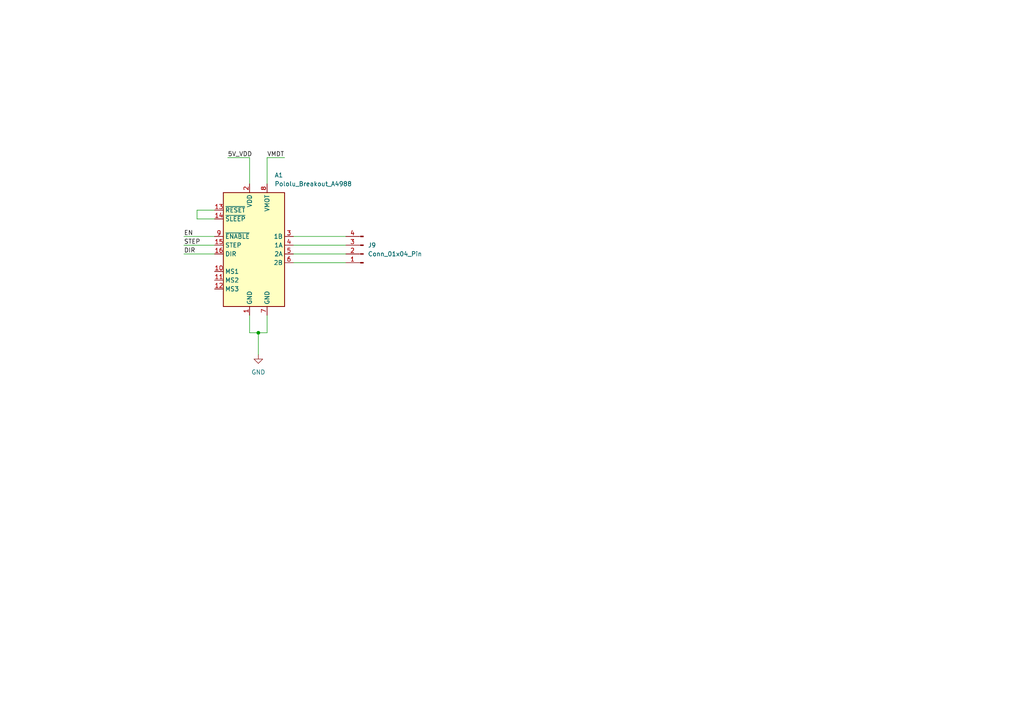
<source format=kicad_sch>
(kicad_sch (version 20250114) (generator "eeschema") (generator_version "9.0")
  (paper "A4")
  (lib_symbols
    (symbol "Connector:Conn_01x04_Pin" (pin_names (offset 1.016) (hide yes))
      (property "Reference" "J" (at 0 5.08 0))
      (property "Value" "Conn_01x04_Pin" (at 0 -7.62 0))
      (symbol "Conn_01x04_Pin_1_1"
        (rectangle (start 0.8636 2.667) (end 0 2.413) (stroke (width 0.1524)) (fill (type outline)))
        (rectangle (start 0.8636 0.127) (end 0 -0.127) (stroke (width 0.1524)) (fill (type outline)))
        (rectangle (start 0.8636 -2.413) (end 0 -2.667) (stroke (width 0.1524)) (fill (type outline)))
        (rectangle (start 0.8636 -4.953) (end 0 -5.207) (stroke (width 0.1524)) (fill (type outline)))
        (polyline (pts (xy 1.27 2.54) (xy 0.8636 2.54)) (stroke (width 0.1524)))
        (polyline (pts (xy 1.27 0) (xy 0.8636 0)) (stroke (width 0.1524)))
        (polyline (pts (xy 1.27 -2.54) (xy 0.8636 -2.54)) (stroke (width 0.1524)))
        (polyline (pts (xy 1.27 -5.08) (xy 0.8636 -5.08)) (stroke (width 0.1524)))
        (pin passive line (at 5.08 2.54 180) (length 3.81) (name "Pin_1") (number "1"))
        (pin passive line (at 5.08 0 180) (length 3.81) (name "Pin_2") (number "2"))
        (pin passive line (at 5.08 -2.54 180) (length 3.81) (name "Pin_3") (number "3"))
        (pin passive line (at 5.08 -5.08 180) (length 3.81) (name "Pin_4") (number "4"))
      )
    )
    (symbol "Driver_Motor:Pololu_Breakout_A4988"
      (property "Reference" "A" (at -2.54 19.05 0))
      (property "Value" "Pololu_Breakout_A4988" (at -2.54 16.51 0))
      (symbol "Pololu_Breakout_A4988_0_1"
        (rectangle (start 10.16 -17.78) (end -7.62 15.24) (stroke (width 0.254)) (fill (type background)))
      )
      (symbol "Pololu_Breakout_A4988_1_1"
        (pin input line (at -10.16 10.16 0) (length 2.54) (name "~{RESET}") (number "13"))
        (pin input line (at -10.16 7.62 0) (length 2.54) (name "~{SLEEP}") (number "14"))
        (pin input line (at -10.16 2.54 0) (length 2.54) (name "~{ENABLE}") (number "9"))
        (pin input line (at -10.16 0 0) (length 2.54) (name "STEP") (number "15"))
        (pin input line (at -10.16 -2.54 0) (length 2.54) (name "DIR") (number "16"))
        (pin input line (at -10.16 -7.62 0) (length 2.54) (name "MS1") (number "10"))
        (pin input line (at -10.16 -10.16 0) (length 2.54) (name "MS2") (number "11"))
        (pin input line (at -10.16 -12.7 0) (length 2.54) (name "MS3") (number "12"))
        (pin power_in line (at 0 17.78 270) (length 2.54) (name "VDD") (number "2"))
        (pin power_in line (at 0 -20.32 90) (length 2.54) (name "GND") (number "1"))
        (pin power_in line (at 5.08 17.78 270) (length 2.54) (name "VMOT") (number "8"))
        (pin power_in line (at 5.08 -20.32 90) (length 2.54) (name "GND") (number "7"))
        (pin output line (at 12.7 2.54 180) (length 2.54) (name "1B") (number "3"))
        (pin output line (at 12.7 0 180) (length 2.54) (name "1A") (number "4"))
        (pin output line (at 12.7 -2.54 180) (length 2.54) (name "2A") (number "5"))
        (pin output line (at 12.7 -5.08 180) (length 2.54) (name "2B") (number "6"))
      )
    )
    (symbol "power:GND" (power) (pin_numbers (hide yes)) (pin_names (offset 0) (hide yes))
      (property "Value" "GND" (at 0 -3.81 0))
      (symbol "GND_0_1"
        (polyline (pts (xy 0 0) (xy 0 -1.27) (xy 1.27 -1.27) (xy 0 -2.54) (xy -1.27 -1.27) (xy 0 -1.27)))
      )
      (symbol "GND_1_1"
        (pin power_in line (at 0 0 270) (length 0) (name "~") (number "1"))
      )
    )
  )
  (junction (at 74.93 96.52))
  (wire (pts (xy 72.39 53.34) (xy 72.39 45.72)))
  (wire (pts (xy 85.09 71.12) (xy 100.33 71.12)))
  (wire (pts (xy 53.34 73.66) (xy 62.23 73.66)))
  (wire (pts (xy 72.39 96.52) (xy 74.93 96.52)))
  (wire (pts (xy 62.23 60.96) (xy 57.15 60.96)))
  (wire (pts (xy 53.34 71.12) (xy 62.23 71.12)))
  (wire (pts (xy 66.04 45.72) (xy 72.39 45.72)))
  (wire (pts (xy 77.47 53.34) (xy 77.47 45.72)))
  (wire (pts (xy 77.47 45.72) (xy 82.55 45.72)))
  (wire (pts (xy 85.09 73.66) (xy 100.33 73.66)))
  (wire (pts (xy 85.09 76.2) (xy 100.33 76.2)))
  (wire (pts (xy 85.09 68.58) (xy 100.33 68.58)))
  (wire (pts (xy 74.93 96.52) (xy 77.47 96.52)))
  (wire (pts (xy 74.93 96.52) (xy 74.93 102.87)))
  (wire (pts (xy 77.47 96.52) (xy 77.47 91.44)))
  (wire (pts (xy 57.15 60.96) (xy 57.15 63.5)))
  (wire (pts (xy 72.39 91.44) (xy 72.39 96.52)))
  (wire (pts (xy 53.34 68.58) (xy 62.23 68.58)))
  (wire (pts (xy 57.15 63.5) (xy 62.23 63.5)))
  (label "EN" (at 53.34 68.58 0))
  (label "5V_VDD" (at 66.04 45.72 0))
  (label "DIR" (at 53.34 73.66 0))
  (label "STEP" (at 53.34 71.12 0))
  (label "VMDT" (at 77.47 45.72 0))
  (symbol (lib_id "Connector:Conn_01x04_Pin") (at 105.41 73.66 180) (unit 1)
    (property "Reference" "J9" (at 106.68 71.1199 0) (effects (justify right)))
    (property "Value" "Conn_01x04_Pin" (at 106.68 73.6599 0) (effects (justify right)))
    (property "Description" "Generic connector, single row, 01x04, script generated" (effects (hide yes)))
  )
  (symbol (lib_id "power:GND") (at 74.93 102.87 0) (unit 1)
    (property "Reference" "#PWR01" (effects (hide yes)))
    (property "Value" "GND" (at 74.93 107.95 0))
    (property "Description" "Power symbol creates a global label with name \"GND\" , ground" (effects (hide yes)))
  )
  (symbol (lib_id "Driver_Motor:Pololu_Breakout_A4988") (at 72.39 71.12 0) (unit 1)
    (property "Reference" "A1" (at 79.6133 50.8 0) (effects (justify left)))
    (property "Value" "Pololu_Breakout_A4988" (at 79.6133 53.34 0) (effects (justify left)))
    (property "Footprint" "Module:Pololu_Breakout-16_15.2x20.3mm" (effects (hide yes)))
    (property "Datasheet" "https://www.pololu.com/product/2980/pictures" (effects (hide yes)))
    (property "Description" "Pololu Breakout Board, Stepper Driver A4988" (effects (hide yes)))
  )
)
</source>
